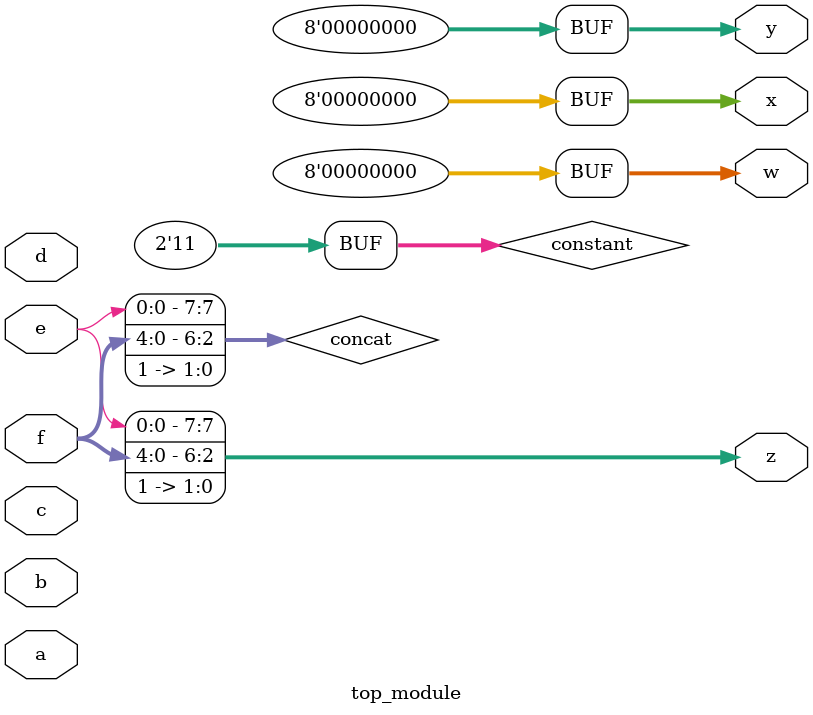
<source format=sv>
module top_module (
  input [4:0] a,
  input [4:0] b,
  input [4:0] c,
  input [4:0] d,
  input [4:0] e,
  input [4:0] f,
  output [7:0] w,
  output [7:0] x,
  output [7:0] y,
  output [7:0] z
);

  wire [7:0] concat;
  wire [1:0] constant = 2'b11;

  assign concat = {a, b, c, d, e, f, constant};

  assign {w, x, y, z} = concat;

endmodule

</source>
